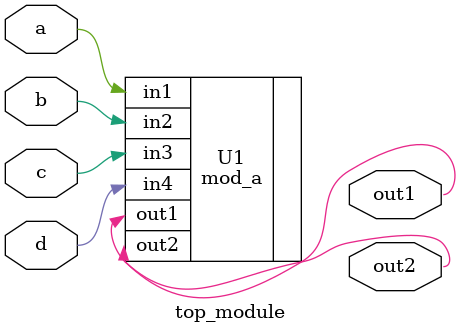
<source format=v>
module top_module ( 
    input a, 
    input b, 
    input c,
    input d,
    output out1,
    output out2
);

    mod_a U1 ( .in1(a), .in2(b), .in3(c), .in4(d), .out1(out1), .out2(out2) );

endmodule
</source>
